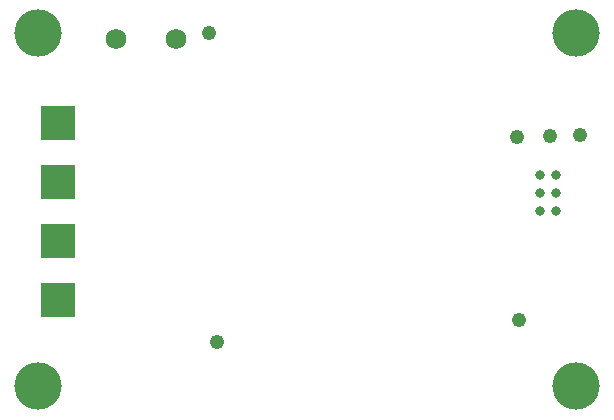
<source format=gbs>
G04 DesignSpark PCB Gerber Version 12.0 Build 5942*
%FSLAX35Y35*%
%MOMM*%
%ADD110R,3.00200X3.00200*%
%ADD108C,0.80200*%
%ADD124C,1.24200*%
%ADD120C,1.75200*%
%ADD109C,4.00200*%
X0Y0D02*
D02*
D108*
X47701770Y45713280D03*
Y45863280D03*
Y46013280D03*
X47831770Y45713280D03*
Y45863280D03*
Y46013280D03*
D02*
D109*
X43450230Y44225000D03*
Y47215000D03*
X48000230Y44225000D03*
Y47215000D03*
D02*
D110*
X43619770Y44953280D03*
Y45453280D03*
X43620230Y45953280D03*
Y46453280D03*
D02*
D120*
X44109770Y47163280D03*
X44617770D03*
D02*
D124*
X44899770Y47213280D03*
X44959770Y44603280D03*
X47501310Y46333280D03*
X47519770Y44783280D03*
X47779770Y46343280D03*
X48039770Y46353280D03*
X0Y0D02*
M02*

</source>
